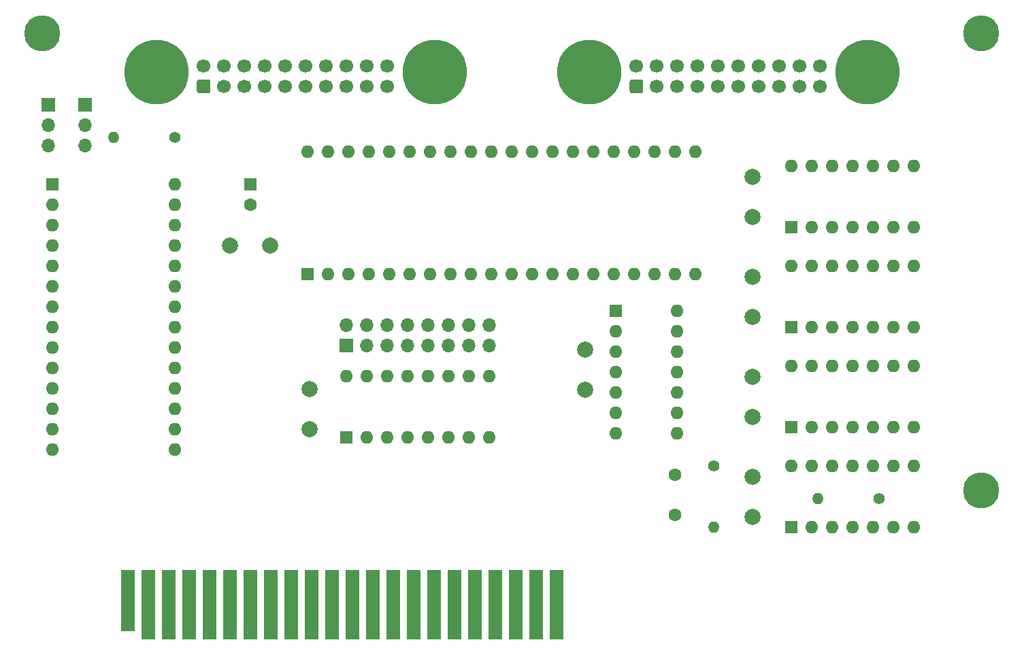
<source format=gbr>
%TF.GenerationSoftware,KiCad,Pcbnew,(5.1.9-0-10_14)*%
%TF.CreationDate,2022-03-01T17:32:22+00:00*%
%TF.ProjectId,ElectronUserPortCartridge,456c6563-7472-46f6-9e55-736572506f72,rev?*%
%TF.SameCoordinates,Original*%
%TF.FileFunction,Soldermask,Top*%
%TF.FilePolarity,Negative*%
%FSLAX46Y46*%
G04 Gerber Fmt 4.6, Leading zero omitted, Abs format (unit mm)*
G04 Created by KiCad (PCBNEW (5.1.9-0-10_14)) date 2022-03-01 17:32:22*
%MOMM*%
%LPD*%
G01*
G04 APERTURE LIST*
%ADD10C,8.000000*%
%ADD11C,1.700000*%
%ADD12C,4.500000*%
%ADD13O,1.600000X1.600000*%
%ADD14R,1.600000X1.600000*%
%ADD15C,1.600000*%
%ADD16O,1.400000X1.400000*%
%ADD17C,1.400000*%
%ADD18R,1.778000X8.636000*%
%ADD19R,1.778000X7.620000*%
%ADD20O,1.700000X1.700000*%
%ADD21R,1.700000X1.700000*%
%ADD22C,2.000000*%
G04 APERTURE END LIST*
D10*
%TO.C,CON2*%
X104711000Y-60684000D03*
X70041000Y-60684000D03*
D11*
X98806000Y-59944000D03*
X96266000Y-59944000D03*
X93726000Y-59944000D03*
X91186000Y-59944000D03*
X88646000Y-59944000D03*
X86106000Y-59944000D03*
X83566000Y-59944000D03*
X81026000Y-59944000D03*
X78486000Y-59944000D03*
X75946000Y-59944000D03*
X98806000Y-62484000D03*
X96266000Y-62484000D03*
X93726000Y-62484000D03*
X91186000Y-62484000D03*
X88646000Y-62484000D03*
X86106000Y-62484000D03*
X83566000Y-62484000D03*
X81026000Y-62484000D03*
X78486000Y-62484000D03*
G36*
G01*
X76546000Y-63334000D02*
X75346000Y-63334000D01*
G75*
G02*
X75096000Y-63084000I0J250000D01*
G01*
X75096000Y-61884000D01*
G75*
G02*
X75346000Y-61634000I250000J0D01*
G01*
X76546000Y-61634000D01*
G75*
G02*
X76796000Y-61884000I0J-250000D01*
G01*
X76796000Y-63084000D01*
G75*
G02*
X76546000Y-63334000I-250000J0D01*
G01*
G37*
%TD*%
D12*
%TO.C,hole1*%
X55880000Y-55880000D03*
%TD*%
%TO.C,hole3*%
X172720000Y-112776000D03*
%TD*%
%TO.C,hole2*%
X172720000Y-55880000D03*
%TD*%
D13*
%TO.C,U1*%
X149098000Y-109728000D03*
X164338000Y-117348000D03*
X151638000Y-109728000D03*
X161798000Y-117348000D03*
X154178000Y-109728000D03*
X159258000Y-117348000D03*
X156718000Y-109728000D03*
X156718000Y-117348000D03*
X159258000Y-109728000D03*
X154178000Y-117348000D03*
X161798000Y-109728000D03*
X151638000Y-117348000D03*
X164338000Y-109728000D03*
D14*
X149098000Y-117348000D03*
%TD*%
D15*
%TO.C,C9*%
X134620000Y-110824000D03*
X134620000Y-115824000D03*
%TD*%
D13*
%TO.C,U6*%
X93726000Y-98552000D03*
X111506000Y-106172000D03*
X96266000Y-98552000D03*
X108966000Y-106172000D03*
X98806000Y-98552000D03*
X106426000Y-106172000D03*
X101346000Y-98552000D03*
X103886000Y-106172000D03*
X103886000Y-98552000D03*
X101346000Y-106172000D03*
X106426000Y-98552000D03*
X98806000Y-106172000D03*
X108966000Y-98552000D03*
X96266000Y-106172000D03*
X111506000Y-98552000D03*
D14*
X93726000Y-106172000D03*
%TD*%
D13*
%TO.C,U8*%
X88900000Y-70612000D03*
X137160000Y-85852000D03*
X91440000Y-70612000D03*
X134620000Y-85852000D03*
X93980000Y-70612000D03*
X132080000Y-85852000D03*
X96520000Y-70612000D03*
X129540000Y-85852000D03*
X99060000Y-70612000D03*
X127000000Y-85852000D03*
X101600000Y-70612000D03*
X124460000Y-85852000D03*
X104140000Y-70612000D03*
X121920000Y-85852000D03*
X106680000Y-70612000D03*
X119380000Y-85852000D03*
X109220000Y-70612000D03*
X116840000Y-85852000D03*
X111760000Y-70612000D03*
X114300000Y-85852000D03*
X114300000Y-70612000D03*
X111760000Y-85852000D03*
X116840000Y-70612000D03*
X109220000Y-85852000D03*
X119380000Y-70612000D03*
X106680000Y-85852000D03*
X121920000Y-70612000D03*
X104140000Y-85852000D03*
X124460000Y-70612000D03*
X101600000Y-85852000D03*
X127000000Y-70612000D03*
X99060000Y-85852000D03*
X129540000Y-70612000D03*
X96520000Y-85852000D03*
X132080000Y-70612000D03*
X93980000Y-85852000D03*
X134620000Y-70612000D03*
X91440000Y-85852000D03*
X137160000Y-70612000D03*
D14*
X88900000Y-85852000D03*
%TD*%
D16*
%TO.C,L1*%
X152400000Y-113792000D03*
D17*
X160020000Y-113792000D03*
%TD*%
D13*
%TO.C,U7*%
X72390000Y-74676000D03*
X57150000Y-107696000D03*
X72390000Y-77216000D03*
X57150000Y-105156000D03*
X72390000Y-79756000D03*
X57150000Y-102616000D03*
X72390000Y-82296000D03*
X57150000Y-100076000D03*
X72390000Y-84836000D03*
X57150000Y-97536000D03*
X72390000Y-87376000D03*
X57150000Y-94996000D03*
X72390000Y-89916000D03*
X57150000Y-92456000D03*
X72390000Y-92456000D03*
X57150000Y-89916000D03*
X72390000Y-94996000D03*
X57150000Y-87376000D03*
X72390000Y-97536000D03*
X57150000Y-84836000D03*
X72390000Y-100076000D03*
X57150000Y-82296000D03*
X72390000Y-102616000D03*
X57150000Y-79756000D03*
X72390000Y-105156000D03*
X57150000Y-77216000D03*
X72390000Y-107696000D03*
D14*
X57150000Y-74676000D03*
%TD*%
D18*
%TO.C,CON1*%
X119888000Y-127000000D03*
X117348000Y-127000000D03*
X114808000Y-127000000D03*
X112268000Y-127000000D03*
X109728000Y-127000000D03*
X107188000Y-127000000D03*
X104648000Y-127000000D03*
X102108000Y-127000000D03*
X99568000Y-127000000D03*
X97028000Y-127000000D03*
X94488000Y-127000000D03*
X91948000Y-127000000D03*
X89408000Y-127000000D03*
X86868000Y-127000000D03*
X84328000Y-127000000D03*
X81788000Y-127000000D03*
X79248000Y-127000000D03*
X76708000Y-127000000D03*
X74168000Y-127000000D03*
X71628000Y-127000000D03*
X69088000Y-127000000D03*
D19*
X66548000Y-126492000D03*
%TD*%
D20*
%TO.C,J1*%
X111506000Y-92202000D03*
X111506000Y-94742000D03*
X108966000Y-92202000D03*
X108966000Y-94742000D03*
X106426000Y-92202000D03*
X106426000Y-94742000D03*
X103886000Y-92202000D03*
X103886000Y-94742000D03*
X101346000Y-92202000D03*
X101346000Y-94742000D03*
X98806000Y-92202000D03*
X98806000Y-94742000D03*
X96266000Y-92202000D03*
X96266000Y-94742000D03*
X93726000Y-92202000D03*
D21*
X93726000Y-94742000D03*
%TD*%
D15*
%TO.C,C8*%
X81788000Y-77176000D03*
D14*
X81788000Y-74676000D03*
%TD*%
D22*
%TO.C,C7*%
X84248000Y-82296000D03*
X79248000Y-82296000D03*
%TD*%
%TO.C,C6*%
X89154000Y-100156000D03*
X89154000Y-105156000D03*
%TD*%
%TO.C,C5*%
X123444000Y-100250000D03*
X123444000Y-95250000D03*
%TD*%
D10*
%TO.C,CON3*%
X158559000Y-60684000D03*
X123889000Y-60684000D03*
D11*
X152654000Y-59944000D03*
X150114000Y-59944000D03*
X147574000Y-59944000D03*
X145034000Y-59944000D03*
X142494000Y-59944000D03*
X139954000Y-59944000D03*
X137414000Y-59944000D03*
X134874000Y-59944000D03*
X132334000Y-59944000D03*
X129794000Y-59944000D03*
X152654000Y-62484000D03*
X150114000Y-62484000D03*
X147574000Y-62484000D03*
X145034000Y-62484000D03*
X142494000Y-62484000D03*
X139954000Y-62484000D03*
X137414000Y-62484000D03*
X134874000Y-62484000D03*
X132334000Y-62484000D03*
G36*
G01*
X130394000Y-63334000D02*
X129194000Y-63334000D01*
G75*
G02*
X128944000Y-63084000I0J250000D01*
G01*
X128944000Y-61884000D01*
G75*
G02*
X129194000Y-61634000I250000J0D01*
G01*
X130394000Y-61634000D01*
G75*
G02*
X130644000Y-61884000I0J-250000D01*
G01*
X130644000Y-63084000D01*
G75*
G02*
X130394000Y-63334000I-250000J0D01*
G01*
G37*
%TD*%
D13*
%TO.C,U4*%
X149098000Y-84836000D03*
X164338000Y-92456000D03*
X151638000Y-84836000D03*
X161798000Y-92456000D03*
X154178000Y-84836000D03*
X159258000Y-92456000D03*
X156718000Y-84836000D03*
X156718000Y-92456000D03*
X159258000Y-84836000D03*
X154178000Y-92456000D03*
X161798000Y-84836000D03*
X151638000Y-92456000D03*
X164338000Y-84836000D03*
D14*
X149098000Y-92456000D03*
%TD*%
D13*
%TO.C,U3*%
X149098000Y-72390000D03*
X164338000Y-80010000D03*
X151638000Y-72390000D03*
X161798000Y-80010000D03*
X154178000Y-72390000D03*
X159258000Y-80010000D03*
X156718000Y-72390000D03*
X156718000Y-80010000D03*
X159258000Y-72390000D03*
X154178000Y-80010000D03*
X161798000Y-72390000D03*
X151638000Y-80010000D03*
X164338000Y-72390000D03*
D14*
X149098000Y-80010000D03*
%TD*%
D13*
%TO.C,U2*%
X149098000Y-97282000D03*
X164338000Y-104902000D03*
X151638000Y-97282000D03*
X161798000Y-104902000D03*
X154178000Y-97282000D03*
X159258000Y-104902000D03*
X156718000Y-97282000D03*
X156718000Y-104902000D03*
X159258000Y-97282000D03*
X154178000Y-104902000D03*
X161798000Y-97282000D03*
X151638000Y-104902000D03*
X164338000Y-97282000D03*
D14*
X149098000Y-104902000D03*
%TD*%
D13*
%TO.C,U5*%
X134874000Y-90424000D03*
X127254000Y-105664000D03*
X134874000Y-92964000D03*
X127254000Y-103124000D03*
X134874000Y-95504000D03*
X127254000Y-100584000D03*
X134874000Y-98044000D03*
X127254000Y-98044000D03*
X134874000Y-100584000D03*
X127254000Y-95504000D03*
X134874000Y-103124000D03*
X127254000Y-92964000D03*
X134874000Y-105664000D03*
D14*
X127254000Y-90424000D03*
%TD*%
D16*
%TO.C,R2*%
X64770000Y-68834000D03*
D17*
X72390000Y-68834000D03*
%TD*%
D16*
%TO.C,R1*%
X139446000Y-117348000D03*
D17*
X139446000Y-109728000D03*
%TD*%
D20*
%TO.C,J3*%
X56642000Y-69850000D03*
X56642000Y-67310000D03*
D21*
X56642000Y-64770000D03*
%TD*%
D20*
%TO.C,J2*%
X61214000Y-69850000D03*
X61214000Y-67310000D03*
D21*
X61214000Y-64770000D03*
%TD*%
D22*
%TO.C,C4*%
X144272000Y-86186000D03*
X144272000Y-91186000D03*
%TD*%
%TO.C,C3*%
X144272000Y-73740000D03*
X144272000Y-78740000D03*
%TD*%
%TO.C,C2*%
X144272000Y-98632000D03*
X144272000Y-103632000D03*
%TD*%
%TO.C,C1*%
X144272000Y-111078000D03*
X144272000Y-116078000D03*
%TD*%
M02*

</source>
